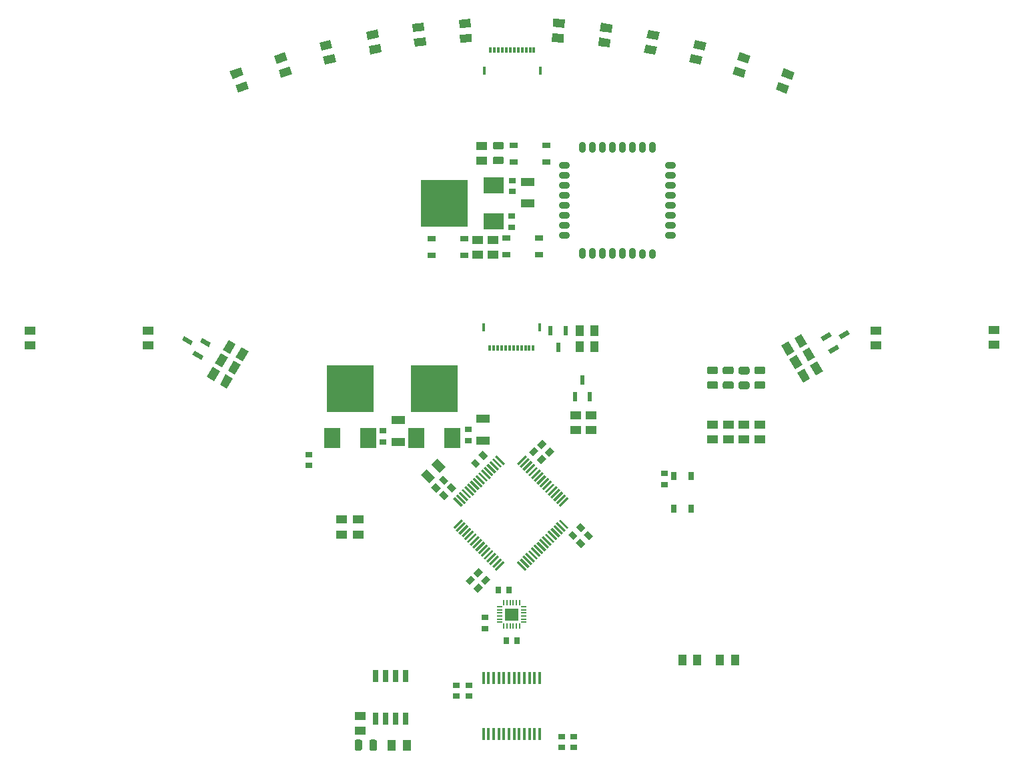
<source format=gtp>
%TF.GenerationSoftware,KiCad,Pcbnew,(5.1.8)-1*%
%TF.CreationDate,2023-07-29T11:14:22+09:00*%
%TF.ProjectId,Tracer,54726163-6572-42e6-9b69-6361645f7063,rev?*%
%TF.SameCoordinates,Original*%
%TF.FileFunction,Paste,Top*%
%TF.FilePolarity,Positive*%
%FSLAX46Y46*%
G04 Gerber Fmt 4.6, Leading zero omitted, Abs format (unit mm)*
G04 Created by KiCad (PCBNEW (5.1.8)-1) date 2023-07-29 11:14:22*
%MOMM*%
%LPD*%
G01*
G04 APERTURE LIST*
%ADD10R,1.470000X1.040000*%
%ADD11R,0.300000X1.000000*%
%ADD12R,0.300000X0.700000*%
%ADD13C,0.100000*%
%ADD14R,1.050000X0.650000*%
%ADD15R,6.000000X6.000000*%
%ADD16R,2.500000X2.000000*%
%ADD17R,1.820000X1.070000*%
%ADD18R,0.940000X0.750000*%
%ADD19O,0.900000X1.200000*%
%ADD20O,0.900000X1.400000*%
%ADD21O,1.400000X0.900000*%
%ADD22R,1.040000X1.470000*%
%ADD23R,1.750000X1.590000*%
%ADD24R,0.750000X0.200000*%
%ADD25R,0.200000X0.750000*%
%ADD26R,0.650000X1.050000*%
%ADD27R,2.000000X2.500000*%
%ADD28R,0.450000X1.525000*%
%ADD29R,0.750000X0.940000*%
%ADD30R,0.700000X1.525000*%
%ADD31R,0.600000X1.300000*%
G04 APERTURE END LIST*
D10*
%TO.C,R45*%
X111600000Y-58720000D03*
X111600000Y-60600000D03*
%TD*%
%TO.C,R44*%
X113500000Y-58720000D03*
X113500000Y-60600000D03*
%TD*%
D11*
%TO.C,J5*%
X119530000Y-37270000D03*
X112450000Y-37270000D03*
D12*
X118740000Y-34620000D03*
X118240000Y-34620000D03*
X117740000Y-34620000D03*
X117240000Y-34620000D03*
X116740000Y-34620000D03*
X116240000Y-34620000D03*
X115740000Y-34620000D03*
X115240000Y-34620000D03*
X114740000Y-34620000D03*
X114240000Y-34620000D03*
X113740000Y-34620000D03*
X113240000Y-34620000D03*
%TD*%
%TO.C,D6*%
G36*
G01*
X114656250Y-47250000D02*
X113743750Y-47250000D01*
G75*
G02*
X113500000Y-47006250I0J243750D01*
G01*
X113500000Y-46518750D01*
G75*
G02*
X113743750Y-46275000I243750J0D01*
G01*
X114656250Y-46275000D01*
G75*
G02*
X114900000Y-46518750I0J-243750D01*
G01*
X114900000Y-47006250D01*
G75*
G02*
X114656250Y-47250000I-243750J0D01*
G01*
G37*
G36*
G01*
X114656250Y-49125000D02*
X113743750Y-49125000D01*
G75*
G02*
X113500000Y-48881250I0J243750D01*
G01*
X113500000Y-48393750D01*
G75*
G02*
X113743750Y-48150000I243750J0D01*
G01*
X114656250Y-48150000D01*
G75*
G02*
X114900000Y-48393750I0J-243750D01*
G01*
X114900000Y-48881250D01*
G75*
G02*
X114656250Y-49125000I-243750J0D01*
G01*
G37*
%TD*%
D13*
%TO.C,R26*%
G36*
X104851267Y-32179582D02*
G01*
X103392539Y-32361276D01*
X103263993Y-31329250D01*
X104722721Y-31147556D01*
X104851267Y-32179582D01*
G37*
G36*
X105083637Y-34045166D02*
G01*
X103624909Y-34226860D01*
X103496363Y-33194834D01*
X104955091Y-33013140D01*
X105083637Y-34045166D01*
G37*
%TD*%
%TO.C,R27*%
G36*
X99059713Y-33047182D02*
G01*
X97615272Y-33320112D01*
X97422179Y-32298194D01*
X98866620Y-32025264D01*
X99059713Y-33047182D01*
G37*
G36*
X99408767Y-34894494D02*
G01*
X97964326Y-35167424D01*
X97771233Y-34145506D01*
X99215674Y-33872576D01*
X99408767Y-34894494D01*
G37*
%TD*%
%TO.C,R29*%
G36*
X87471417Y-35899924D02*
G01*
X86072574Y-36351738D01*
X85752923Y-35362080D01*
X87151766Y-34910266D01*
X87471417Y-35899924D01*
G37*
G36*
X88049247Y-37688922D02*
G01*
X86650404Y-38140736D01*
X86330753Y-37151078D01*
X87729596Y-36699264D01*
X88049247Y-37688922D01*
G37*
%TD*%
%TO.C,R28*%
G36*
X93166308Y-34320594D02*
G01*
X91741855Y-34683682D01*
X91484976Y-33675906D01*
X92909429Y-33312818D01*
X93166308Y-34320594D01*
G37*
G36*
X93630666Y-36142344D02*
G01*
X92206213Y-36505432D01*
X91949334Y-35497656D01*
X93373787Y-35134568D01*
X93630666Y-36142344D01*
G37*
%TD*%
%TO.C,R19*%
G36*
X140338145Y-34683682D02*
G01*
X138913692Y-34320594D01*
X139170571Y-33312818D01*
X140595024Y-33675906D01*
X140338145Y-34683682D01*
G37*
G36*
X139873787Y-36505432D02*
G01*
X138449334Y-36142344D01*
X138706213Y-35134568D01*
X140130666Y-35497656D01*
X139873787Y-36505432D01*
G37*
%TD*%
%TO.C,R17*%
G36*
X128571276Y-32394068D02*
G01*
X127112548Y-32212374D01*
X127241094Y-31180348D01*
X128699822Y-31362042D01*
X128571276Y-32394068D01*
G37*
G36*
X128338906Y-34259652D02*
G01*
X126880178Y-34077958D01*
X127008724Y-33045932D01*
X128467452Y-33227626D01*
X128338906Y-34259652D01*
G37*
%TD*%
%TO.C,R20*%
G36*
X145918511Y-36346237D02*
G01*
X144519668Y-35894423D01*
X144839319Y-34904765D01*
X146238162Y-35356579D01*
X145918511Y-36346237D01*
G37*
G36*
X145340681Y-38135235D02*
G01*
X143941838Y-37683421D01*
X144261489Y-36693763D01*
X145660332Y-37145577D01*
X145340681Y-38135235D01*
G37*
%TD*%
%TO.C,R18*%
G36*
X134490201Y-33343768D02*
G01*
X133045760Y-33070838D01*
X133238853Y-32048920D01*
X134683294Y-32321850D01*
X134490201Y-33343768D01*
G37*
G36*
X134141147Y-35191080D02*
G01*
X132696706Y-34918150D01*
X132889799Y-33896232D01*
X134334240Y-34169162D01*
X134141147Y-35191080D01*
G37*
%TD*%
%TO.C,R30*%
G36*
X81878094Y-37785581D02*
G01*
X80509442Y-38321949D01*
X80129970Y-37353651D01*
X81498622Y-36817283D01*
X81878094Y-37785581D01*
G37*
G36*
X82564062Y-39535965D02*
G01*
X81195410Y-40072333D01*
X80815938Y-39104035D01*
X82184590Y-38567667D01*
X82564062Y-39535965D01*
G37*
%TD*%
%TO.C,R21*%
G36*
X151470558Y-38421949D02*
G01*
X150101906Y-37885581D01*
X150481378Y-36917283D01*
X151850030Y-37453651D01*
X151470558Y-38421949D01*
G37*
G36*
X150784590Y-40172333D02*
G01*
X149415938Y-39635965D01*
X149795410Y-38667667D01*
X151164062Y-39204035D01*
X150784590Y-40172333D01*
G37*
%TD*%
%TO.C,R25*%
G36*
X110738155Y-31716533D02*
G01*
X109271055Y-31808835D01*
X109205753Y-30770887D01*
X110672853Y-30678585D01*
X110738155Y-31716533D01*
G37*
G36*
X110856201Y-33592823D02*
G01*
X109389101Y-33685125D01*
X109323799Y-32647177D01*
X110790899Y-32554875D01*
X110856201Y-33592823D01*
G37*
%TD*%
%TO.C,R16*%
G36*
X122590899Y-31785125D02*
G01*
X121123799Y-31692823D01*
X121189101Y-30654875D01*
X122656201Y-30747177D01*
X122590899Y-31785125D01*
G37*
G36*
X122472853Y-33661415D02*
G01*
X121005753Y-33569113D01*
X121071055Y-32531165D01*
X122538155Y-32623467D01*
X122472853Y-33661415D01*
G37*
%TD*%
D10*
%TO.C,R46*%
X112100000Y-46800000D03*
X112100000Y-48680000D03*
%TD*%
D14*
%TO.C,S2*%
X109900000Y-60700000D03*
X105750000Y-60700000D03*
X109900000Y-58550000D03*
X105750000Y-58550000D03*
%TD*%
%TO.C,S4*%
X120275000Y-48875000D03*
X116125000Y-48875000D03*
X120275000Y-46725000D03*
X116125000Y-46725000D03*
%TD*%
D15*
%TO.C,IC23*%
X107400000Y-54100000D03*
D16*
X113650000Y-51800000D03*
X113650000Y-56400000D03*
%TD*%
D17*
%TO.C,C24*%
X117900000Y-54100000D03*
X117900000Y-51340000D03*
%TD*%
D14*
%TO.C,S3*%
X119400000Y-60650000D03*
X115250000Y-60650000D03*
X119400000Y-58500000D03*
X115250000Y-58500000D03*
%TD*%
D18*
%TO.C,C22*%
X115900000Y-57100000D03*
X115900000Y-55700000D03*
%TD*%
D19*
%TO.C,U1*%
X133745000Y-60535000D03*
X132475000Y-60535000D03*
D20*
X131205000Y-60435000D03*
X129935000Y-60435000D03*
X128665000Y-60435000D03*
X127395000Y-60435000D03*
X126125000Y-60435000D03*
X124855000Y-60435000D03*
D21*
X122565000Y-58145000D03*
X122565000Y-56875000D03*
X122565000Y-55605000D03*
X122565000Y-54335000D03*
X122565000Y-53065000D03*
X122565000Y-51795000D03*
X122565000Y-50525000D03*
X122565000Y-49255000D03*
D20*
X124855000Y-46965000D03*
X126125000Y-46965000D03*
X127395000Y-46965000D03*
X128665000Y-46965000D03*
X129935000Y-46965000D03*
X131205000Y-46965000D03*
X132475000Y-46965000D03*
X133745000Y-46965000D03*
D21*
X136035000Y-49255000D03*
X136035000Y-50525000D03*
X136035000Y-51795000D03*
X136035000Y-53065000D03*
X136035000Y-54335000D03*
X136035000Y-55605000D03*
X136035000Y-56875000D03*
X136035000Y-58145000D03*
%TD*%
D18*
%TO.C,C23*%
X116000000Y-52600000D03*
X116000000Y-51200000D03*
%TD*%
%TO.C,D1*%
G36*
G01*
X97850000Y-123356250D02*
X97850000Y-122443750D01*
G75*
G02*
X98093750Y-122200000I243750J0D01*
G01*
X98581250Y-122200000D01*
G75*
G02*
X98825000Y-122443750I0J-243750D01*
G01*
X98825000Y-123356250D01*
G75*
G02*
X98581250Y-123600000I-243750J0D01*
G01*
X98093750Y-123600000D01*
G75*
G02*
X97850000Y-123356250I0J243750D01*
G01*
G37*
G36*
G01*
X95975000Y-123356250D02*
X95975000Y-122443750D01*
G75*
G02*
X96218750Y-122200000I243750J0D01*
G01*
X96706250Y-122200000D01*
G75*
G02*
X96950000Y-122443750I0J-243750D01*
G01*
X96950000Y-123356250D01*
G75*
G02*
X96706250Y-123600000I-243750J0D01*
G01*
X96218750Y-123600000D01*
G75*
G02*
X95975000Y-123356250I0J243750D01*
G01*
G37*
%TD*%
D22*
%TO.C,R6*%
X137560000Y-112100000D03*
X139440000Y-112100000D03*
%TD*%
D10*
%TO.C,R8*%
X69800000Y-70260000D03*
X69800000Y-72140000D03*
%TD*%
D22*
%TO.C,R42*%
X124520000Y-70300000D03*
X126400000Y-70300000D03*
%TD*%
D10*
%TO.C,R14*%
X162100000Y-70260000D03*
X162100000Y-72140000D03*
%TD*%
D13*
%TO.C,R38*%
G36*
X152517167Y-72496529D02*
G01*
X151782167Y-71223471D01*
X152682833Y-70703471D01*
X153417833Y-71976529D01*
X152517167Y-72496529D01*
G37*
G36*
X150889039Y-73436529D02*
G01*
X150154039Y-72163471D01*
X151054705Y-71643471D01*
X151789705Y-72916529D01*
X150889039Y-73436529D01*
G37*
%TD*%
D10*
%TO.C,R13*%
X177100000Y-70160000D03*
X177100000Y-72040000D03*
%TD*%
D22*
%TO.C,R4*%
X102580000Y-122900000D03*
X100700000Y-122900000D03*
%TD*%
D10*
%TO.C,R7*%
X147400000Y-84080000D03*
X147400000Y-82200000D03*
%TD*%
D13*
%TO.C,R15*%
G36*
X80882167Y-73676529D02*
G01*
X81617167Y-72403471D01*
X82517833Y-72923471D01*
X81782833Y-74196529D01*
X80882167Y-73676529D01*
G37*
G36*
X79254039Y-72736529D02*
G01*
X79989039Y-71463471D01*
X80889705Y-71983471D01*
X80154705Y-73256529D01*
X79254039Y-72736529D01*
G37*
%TD*%
D23*
%TO.C,IC5*%
X115900000Y-106300000D03*
D24*
X117400000Y-105300000D03*
X117400000Y-105700000D03*
X117400000Y-106100000D03*
X117400000Y-106500000D03*
X117400000Y-106900000D03*
X117400000Y-107300000D03*
D25*
X116900000Y-107800000D03*
X116500000Y-107800000D03*
X116100000Y-107800000D03*
X115700000Y-107800000D03*
X115300000Y-107800000D03*
X114900000Y-107800000D03*
D24*
X114400000Y-107300000D03*
X114400000Y-106900000D03*
X114400000Y-106500000D03*
X114400000Y-106100000D03*
X114400000Y-105700000D03*
X114400000Y-105300000D03*
D25*
X114900000Y-104800000D03*
X115300000Y-104800000D03*
X115700000Y-104800000D03*
X116100000Y-104800000D03*
X116500000Y-104800000D03*
X116900000Y-104800000D03*
%TD*%
D13*
%TO.C,IC6*%
G36*
X122093604Y-94191006D02*
G01*
X123136586Y-95233988D01*
X122924454Y-95446120D01*
X121881472Y-94403138D01*
X122093604Y-94191006D01*
G37*
G36*
X121740051Y-94544560D02*
G01*
X122783033Y-95587542D01*
X122570901Y-95799674D01*
X121527919Y-94756692D01*
X121740051Y-94544560D01*
G37*
G36*
X121386497Y-94898113D02*
G01*
X122429479Y-95941095D01*
X122217347Y-96153227D01*
X121174365Y-95110245D01*
X121386497Y-94898113D01*
G37*
G36*
X121032944Y-95251666D02*
G01*
X122075926Y-96294648D01*
X121863794Y-96506780D01*
X120820812Y-95463798D01*
X121032944Y-95251666D01*
G37*
G36*
X120679391Y-95605220D02*
G01*
X121722373Y-96648202D01*
X121510241Y-96860334D01*
X120467259Y-95817352D01*
X120679391Y-95605220D01*
G37*
G36*
X120325837Y-95958773D02*
G01*
X121368819Y-97001755D01*
X121156687Y-97213887D01*
X120113705Y-96170905D01*
X120325837Y-95958773D01*
G37*
G36*
X119972284Y-96312327D02*
G01*
X121015266Y-97355309D01*
X120803134Y-97567441D01*
X119760152Y-96524459D01*
X119972284Y-96312327D01*
G37*
G36*
X119618730Y-96665880D02*
G01*
X120661712Y-97708862D01*
X120449580Y-97920994D01*
X119406598Y-96878012D01*
X119618730Y-96665880D01*
G37*
G36*
X119265177Y-97019433D02*
G01*
X120308159Y-98062415D01*
X120096027Y-98274547D01*
X119053045Y-97231565D01*
X119265177Y-97019433D01*
G37*
G36*
X118911624Y-97372987D02*
G01*
X119954606Y-98415969D01*
X119742474Y-98628101D01*
X118699492Y-97585119D01*
X118911624Y-97372987D01*
G37*
G36*
X118558070Y-97726540D02*
G01*
X119601052Y-98769522D01*
X119388920Y-98981654D01*
X118345938Y-97938672D01*
X118558070Y-97726540D01*
G37*
G36*
X118204517Y-98080094D02*
G01*
X119247499Y-99123076D01*
X119035367Y-99335208D01*
X117992385Y-98292226D01*
X118204517Y-98080094D01*
G37*
G36*
X117850963Y-98433647D02*
G01*
X118893945Y-99476629D01*
X118681813Y-99688761D01*
X117638831Y-98645779D01*
X117850963Y-98433647D01*
G37*
G36*
X117497410Y-98787200D02*
G01*
X118540392Y-99830182D01*
X118328260Y-100042314D01*
X117285278Y-98999332D01*
X117497410Y-98787200D01*
G37*
G36*
X117143857Y-99140754D02*
G01*
X118186839Y-100183736D01*
X117974707Y-100395868D01*
X116931725Y-99352886D01*
X117143857Y-99140754D01*
G37*
G36*
X116790303Y-99494307D02*
G01*
X117833285Y-100537289D01*
X117621153Y-100749421D01*
X116578171Y-99706439D01*
X116790303Y-99494307D01*
G37*
G36*
X113766715Y-100537289D02*
G01*
X114809697Y-99494307D01*
X115021829Y-99706439D01*
X113978847Y-100749421D01*
X113766715Y-100537289D01*
G37*
G36*
X113413161Y-100183736D02*
G01*
X114456143Y-99140754D01*
X114668275Y-99352886D01*
X113625293Y-100395868D01*
X113413161Y-100183736D01*
G37*
G36*
X113059608Y-99830182D02*
G01*
X114102590Y-98787200D01*
X114314722Y-98999332D01*
X113271740Y-100042314D01*
X113059608Y-99830182D01*
G37*
G36*
X112706055Y-99476629D02*
G01*
X113749037Y-98433647D01*
X113961169Y-98645779D01*
X112918187Y-99688761D01*
X112706055Y-99476629D01*
G37*
G36*
X112352501Y-99123076D02*
G01*
X113395483Y-98080094D01*
X113607615Y-98292226D01*
X112564633Y-99335208D01*
X112352501Y-99123076D01*
G37*
G36*
X111998948Y-98769522D02*
G01*
X113041930Y-97726540D01*
X113254062Y-97938672D01*
X112211080Y-98981654D01*
X111998948Y-98769522D01*
G37*
G36*
X111645394Y-98415969D02*
G01*
X112688376Y-97372987D01*
X112900508Y-97585119D01*
X111857526Y-98628101D01*
X111645394Y-98415969D01*
G37*
G36*
X111291841Y-98062415D02*
G01*
X112334823Y-97019433D01*
X112546955Y-97231565D01*
X111503973Y-98274547D01*
X111291841Y-98062415D01*
G37*
G36*
X110938288Y-97708862D02*
G01*
X111981270Y-96665880D01*
X112193402Y-96878012D01*
X111150420Y-97920994D01*
X110938288Y-97708862D01*
G37*
G36*
X110584734Y-97355309D02*
G01*
X111627716Y-96312327D01*
X111839848Y-96524459D01*
X110796866Y-97567441D01*
X110584734Y-97355309D01*
G37*
G36*
X110231181Y-97001755D02*
G01*
X111274163Y-95958773D01*
X111486295Y-96170905D01*
X110443313Y-97213887D01*
X110231181Y-97001755D01*
G37*
G36*
X109877627Y-96648202D02*
G01*
X110920609Y-95605220D01*
X111132741Y-95817352D01*
X110089759Y-96860334D01*
X109877627Y-96648202D01*
G37*
G36*
X109524074Y-96294648D02*
G01*
X110567056Y-95251666D01*
X110779188Y-95463798D01*
X109736206Y-96506780D01*
X109524074Y-96294648D01*
G37*
G36*
X109170521Y-95941095D02*
G01*
X110213503Y-94898113D01*
X110425635Y-95110245D01*
X109382653Y-96153227D01*
X109170521Y-95941095D01*
G37*
G36*
X108816967Y-95587542D02*
G01*
X109859949Y-94544560D01*
X110072081Y-94756692D01*
X109029099Y-95799674D01*
X108816967Y-95587542D01*
G37*
G36*
X108463414Y-95233988D02*
G01*
X109506396Y-94191006D01*
X109718528Y-94403138D01*
X108675546Y-95446120D01*
X108463414Y-95233988D01*
G37*
G36*
X108675546Y-91379550D02*
G01*
X109718528Y-92422532D01*
X109506396Y-92634664D01*
X108463414Y-91591682D01*
X108675546Y-91379550D01*
G37*
G36*
X109029099Y-91025996D02*
G01*
X110072081Y-92068978D01*
X109859949Y-92281110D01*
X108816967Y-91238128D01*
X109029099Y-91025996D01*
G37*
G36*
X109382653Y-90672443D02*
G01*
X110425635Y-91715425D01*
X110213503Y-91927557D01*
X109170521Y-90884575D01*
X109382653Y-90672443D01*
G37*
G36*
X109736206Y-90318890D02*
G01*
X110779188Y-91361872D01*
X110567056Y-91574004D01*
X109524074Y-90531022D01*
X109736206Y-90318890D01*
G37*
G36*
X110089759Y-89965336D02*
G01*
X111132741Y-91008318D01*
X110920609Y-91220450D01*
X109877627Y-90177468D01*
X110089759Y-89965336D01*
G37*
G36*
X110443313Y-89611783D02*
G01*
X111486295Y-90654765D01*
X111274163Y-90866897D01*
X110231181Y-89823915D01*
X110443313Y-89611783D01*
G37*
G36*
X110796866Y-89258229D02*
G01*
X111839848Y-90301211D01*
X111627716Y-90513343D01*
X110584734Y-89470361D01*
X110796866Y-89258229D01*
G37*
G36*
X111150420Y-88904676D02*
G01*
X112193402Y-89947658D01*
X111981270Y-90159790D01*
X110938288Y-89116808D01*
X111150420Y-88904676D01*
G37*
G36*
X111503973Y-88551123D02*
G01*
X112546955Y-89594105D01*
X112334823Y-89806237D01*
X111291841Y-88763255D01*
X111503973Y-88551123D01*
G37*
G36*
X111857526Y-88197569D02*
G01*
X112900508Y-89240551D01*
X112688376Y-89452683D01*
X111645394Y-88409701D01*
X111857526Y-88197569D01*
G37*
G36*
X112211080Y-87844016D02*
G01*
X113254062Y-88886998D01*
X113041930Y-89099130D01*
X111998948Y-88056148D01*
X112211080Y-87844016D01*
G37*
G36*
X112564633Y-87490462D02*
G01*
X113607615Y-88533444D01*
X113395483Y-88745576D01*
X112352501Y-87702594D01*
X112564633Y-87490462D01*
G37*
G36*
X112918187Y-87136909D02*
G01*
X113961169Y-88179891D01*
X113749037Y-88392023D01*
X112706055Y-87349041D01*
X112918187Y-87136909D01*
G37*
G36*
X113271740Y-86783356D02*
G01*
X114314722Y-87826338D01*
X114102590Y-88038470D01*
X113059608Y-86995488D01*
X113271740Y-86783356D01*
G37*
G36*
X113625293Y-86429802D02*
G01*
X114668275Y-87472784D01*
X114456143Y-87684916D01*
X113413161Y-86641934D01*
X113625293Y-86429802D01*
G37*
G36*
X113978847Y-86076249D02*
G01*
X115021829Y-87119231D01*
X114809697Y-87331363D01*
X113766715Y-86288381D01*
X113978847Y-86076249D01*
G37*
G36*
X116578171Y-87119231D02*
G01*
X117621153Y-86076249D01*
X117833285Y-86288381D01*
X116790303Y-87331363D01*
X116578171Y-87119231D01*
G37*
G36*
X116931725Y-87472784D02*
G01*
X117974707Y-86429802D01*
X118186839Y-86641934D01*
X117143857Y-87684916D01*
X116931725Y-87472784D01*
G37*
G36*
X117285278Y-87826338D02*
G01*
X118328260Y-86783356D01*
X118540392Y-86995488D01*
X117497410Y-88038470D01*
X117285278Y-87826338D01*
G37*
G36*
X117638831Y-88179891D02*
G01*
X118681813Y-87136909D01*
X118893945Y-87349041D01*
X117850963Y-88392023D01*
X117638831Y-88179891D01*
G37*
G36*
X117992385Y-88533444D02*
G01*
X119035367Y-87490462D01*
X119247499Y-87702594D01*
X118204517Y-88745576D01*
X117992385Y-88533444D01*
G37*
G36*
X118345938Y-88886998D02*
G01*
X119388920Y-87844016D01*
X119601052Y-88056148D01*
X118558070Y-89099130D01*
X118345938Y-88886998D01*
G37*
G36*
X118699492Y-89240551D02*
G01*
X119742474Y-88197569D01*
X119954606Y-88409701D01*
X118911624Y-89452683D01*
X118699492Y-89240551D01*
G37*
G36*
X119053045Y-89594105D02*
G01*
X120096027Y-88551123D01*
X120308159Y-88763255D01*
X119265177Y-89806237D01*
X119053045Y-89594105D01*
G37*
G36*
X119406598Y-89947658D02*
G01*
X120449580Y-88904676D01*
X120661712Y-89116808D01*
X119618730Y-90159790D01*
X119406598Y-89947658D01*
G37*
G36*
X119760152Y-90301211D02*
G01*
X120803134Y-89258229D01*
X121015266Y-89470361D01*
X119972284Y-90513343D01*
X119760152Y-90301211D01*
G37*
G36*
X120113705Y-90654765D02*
G01*
X121156687Y-89611783D01*
X121368819Y-89823915D01*
X120325837Y-90866897D01*
X120113705Y-90654765D01*
G37*
G36*
X120467259Y-91008318D02*
G01*
X121510241Y-89965336D01*
X121722373Y-90177468D01*
X120679391Y-91220450D01*
X120467259Y-91008318D01*
G37*
G36*
X120820812Y-91361872D02*
G01*
X121863794Y-90318890D01*
X122075926Y-90531022D01*
X121032944Y-91574004D01*
X120820812Y-91361872D01*
G37*
G36*
X121174365Y-91715425D02*
G01*
X122217347Y-90672443D01*
X122429479Y-90884575D01*
X121386497Y-91927557D01*
X121174365Y-91715425D01*
G37*
G36*
X121527919Y-92068978D02*
G01*
X122570901Y-91025996D01*
X122783033Y-91238128D01*
X121740051Y-92281110D01*
X121527919Y-92068978D01*
G37*
G36*
X121881472Y-92422532D02*
G01*
X122924454Y-91379550D01*
X123136586Y-91591682D01*
X122093604Y-92634664D01*
X121881472Y-92422532D01*
G37*
%TD*%
D26*
%TO.C,S5*%
X136525000Y-92875000D03*
X136525000Y-88725000D03*
X138675000Y-92875000D03*
X138675000Y-88725000D03*
%TD*%
%TO.C,D3*%
G36*
G01*
X145856250Y-75812500D02*
X144943750Y-75812500D01*
G75*
G02*
X144700000Y-75568750I0J243750D01*
G01*
X144700000Y-75081250D01*
G75*
G02*
X144943750Y-74837500I243750J0D01*
G01*
X145856250Y-74837500D01*
G75*
G02*
X146100000Y-75081250I0J-243750D01*
G01*
X146100000Y-75568750D01*
G75*
G02*
X145856250Y-75812500I-243750J0D01*
G01*
G37*
G36*
G01*
X145856250Y-77687500D02*
X144943750Y-77687500D01*
G75*
G02*
X144700000Y-77443750I0J243750D01*
G01*
X144700000Y-76956250D01*
G75*
G02*
X144943750Y-76712500I243750J0D01*
G01*
X145856250Y-76712500D01*
G75*
G02*
X146100000Y-76956250I0J-243750D01*
G01*
X146100000Y-77443750D01*
G75*
G02*
X145856250Y-77687500I-243750J0D01*
G01*
G37*
%TD*%
D17*
%TO.C,C10*%
X112300000Y-81440000D03*
X112300000Y-84200000D03*
%TD*%
D15*
%TO.C,IC3*%
X95400000Y-77600000D03*
D27*
X97700000Y-83850000D03*
X93100000Y-83850000D03*
%TD*%
%TO.C,D2*%
G36*
G01*
X147856250Y-75787500D02*
X146943750Y-75787500D01*
G75*
G02*
X146700000Y-75543750I0J243750D01*
G01*
X146700000Y-75056250D01*
G75*
G02*
X146943750Y-74812500I243750J0D01*
G01*
X147856250Y-74812500D01*
G75*
G02*
X148100000Y-75056250I0J-243750D01*
G01*
X148100000Y-75543750D01*
G75*
G02*
X147856250Y-75787500I-243750J0D01*
G01*
G37*
G36*
G01*
X147856250Y-77662500D02*
X146943750Y-77662500D01*
G75*
G02*
X146700000Y-77418750I0J243750D01*
G01*
X146700000Y-76931250D01*
G75*
G02*
X146943750Y-76687500I243750J0D01*
G01*
X147856250Y-76687500D01*
G75*
G02*
X148100000Y-76931250I0J-243750D01*
G01*
X148100000Y-77418750D01*
G75*
G02*
X147856250Y-77662500I-243750J0D01*
G01*
G37*
%TD*%
%TO.C,D4*%
G36*
G01*
X143856250Y-75787500D02*
X142943750Y-75787500D01*
G75*
G02*
X142700000Y-75543750I0J243750D01*
G01*
X142700000Y-75056250D01*
G75*
G02*
X142943750Y-74812500I243750J0D01*
G01*
X143856250Y-74812500D01*
G75*
G02*
X144100000Y-75056250I0J-243750D01*
G01*
X144100000Y-75543750D01*
G75*
G02*
X143856250Y-75787500I-243750J0D01*
G01*
G37*
G36*
G01*
X143856250Y-77662500D02*
X142943750Y-77662500D01*
G75*
G02*
X142700000Y-77418750I0J243750D01*
G01*
X142700000Y-76931250D01*
G75*
G02*
X142943750Y-76687500I243750J0D01*
G01*
X143856250Y-76687500D01*
G75*
G02*
X144100000Y-76931250I0J-243750D01*
G01*
X144100000Y-77418750D01*
G75*
G02*
X143856250Y-77662500I-243750J0D01*
G01*
G37*
%TD*%
D15*
%TO.C,IC4*%
X106100000Y-77600000D03*
D27*
X108400000Y-83850000D03*
X103800000Y-83850000D03*
%TD*%
%TO.C,D5*%
G36*
G01*
X141856250Y-75787500D02*
X140943750Y-75787500D01*
G75*
G02*
X140700000Y-75543750I0J243750D01*
G01*
X140700000Y-75056250D01*
G75*
G02*
X140943750Y-74812500I243750J0D01*
G01*
X141856250Y-74812500D01*
G75*
G02*
X142100000Y-75056250I0J-243750D01*
G01*
X142100000Y-75543750D01*
G75*
G02*
X141856250Y-75787500I-243750J0D01*
G01*
G37*
G36*
G01*
X141856250Y-77662500D02*
X140943750Y-77662500D01*
G75*
G02*
X140700000Y-77418750I0J243750D01*
G01*
X140700000Y-76931250D01*
G75*
G02*
X140943750Y-76687500I243750J0D01*
G01*
X141856250Y-76687500D01*
G75*
G02*
X142100000Y-76931250I0J-243750D01*
G01*
X142100000Y-77418750D01*
G75*
G02*
X141856250Y-77662500I-243750J0D01*
G01*
G37*
%TD*%
D17*
%TO.C,C8*%
X101500000Y-81640000D03*
X101500000Y-84400000D03*
%TD*%
D10*
%TO.C,R3*%
X96400000Y-94260000D03*
X96400000Y-96140000D03*
%TD*%
D22*
%TO.C,R5*%
X142360000Y-112100000D03*
X144240000Y-112100000D03*
%TD*%
D10*
%TO.C,R1*%
X96700000Y-119200000D03*
X96700000Y-121080000D03*
%TD*%
D13*
%TO.C,R43*%
G36*
X105118612Y-87841941D02*
G01*
X106158059Y-88881388D01*
X105422668Y-89616779D01*
X104383221Y-88577332D01*
X105118612Y-87841941D01*
G37*
G36*
X106447972Y-86512581D02*
G01*
X107487419Y-87552028D01*
X106752028Y-88287419D01*
X105712581Y-87247972D01*
X106447972Y-86512581D01*
G37*
%TD*%
D22*
%TO.C,R40*%
X124520000Y-72300000D03*
X126400000Y-72300000D03*
%TD*%
D10*
%TO.C,R9*%
X124000000Y-81020000D03*
X124000000Y-82900000D03*
%TD*%
D13*
%TO.C,R39*%
G36*
X79907306Y-73665428D02*
G01*
X79172306Y-74938486D01*
X78271640Y-74418486D01*
X79006640Y-73145428D01*
X79907306Y-73665428D01*
G37*
G36*
X81535434Y-74605428D02*
G01*
X80800434Y-75878486D01*
X79899768Y-75358486D01*
X80634768Y-74085428D01*
X81535434Y-74605428D01*
G37*
%TD*%
D10*
%TO.C,R36*%
X141400000Y-84100000D03*
X141400000Y-82220000D03*
%TD*%
%TO.C,R35*%
X143400000Y-84100000D03*
X143400000Y-82220000D03*
%TD*%
%TO.C,R34*%
X145400000Y-84100000D03*
X145400000Y-82220000D03*
%TD*%
D13*
%TO.C,R12*%
G36*
X153054705Y-75103471D02*
G01*
X153789705Y-76376529D01*
X152889039Y-76896529D01*
X152154039Y-75623471D01*
X153054705Y-75103471D01*
G37*
G36*
X154682833Y-74163471D02*
G01*
X155417833Y-75436529D01*
X154517167Y-75956529D01*
X153782167Y-74683471D01*
X154682833Y-74163471D01*
G37*
%TD*%
%TO.C,R37*%
G36*
X153517167Y-74196529D02*
G01*
X152782167Y-72923471D01*
X153682833Y-72403471D01*
X154417833Y-73676529D01*
X153517167Y-74196529D01*
G37*
G36*
X151889039Y-75136529D02*
G01*
X151154039Y-73863471D01*
X152054705Y-73343471D01*
X152789705Y-74616529D01*
X151889039Y-75136529D01*
G37*
%TD*%
D10*
%TO.C,R11*%
X54800000Y-70220000D03*
X54800000Y-72100000D03*
%TD*%
%TO.C,R2*%
X94300000Y-94260000D03*
X94300000Y-96140000D03*
%TD*%
D13*
%TO.C,R41*%
G36*
X78889705Y-75383471D02*
G01*
X78154705Y-76656529D01*
X77254039Y-76136529D01*
X77989039Y-74863471D01*
X78889705Y-75383471D01*
G37*
G36*
X80517833Y-76323471D02*
G01*
X79782833Y-77596529D01*
X78882167Y-77076529D01*
X79617167Y-75803471D01*
X80517833Y-76323471D01*
G37*
%TD*%
D10*
%TO.C,R10*%
X126000000Y-81000000D03*
X126000000Y-82880000D03*
%TD*%
D13*
%TO.C,C21*%
G36*
X106232825Y-89602495D02*
G01*
X106897505Y-90267175D01*
X106367175Y-90797505D01*
X105702495Y-90132825D01*
X106232825Y-89602495D01*
G37*
G36*
X107222775Y-88612545D02*
G01*
X107887455Y-89277225D01*
X107357125Y-89807555D01*
X106692445Y-89142875D01*
X107222775Y-88612545D01*
G37*
%TD*%
%TO.C,C20*%
G36*
X107242875Y-90592445D02*
G01*
X107907555Y-91257125D01*
X107377225Y-91787455D01*
X106712545Y-91122775D01*
X107242875Y-90592445D01*
G37*
G36*
X108232825Y-89602495D02*
G01*
X108897505Y-90267175D01*
X108367175Y-90797505D01*
X107702495Y-90132825D01*
X108232825Y-89602495D01*
G37*
%TD*%
%TO.C,C19*%
G36*
X111237850Y-86497470D02*
G01*
X111902530Y-87162150D01*
X111372200Y-87692480D01*
X110707520Y-87027800D01*
X111237850Y-86497470D01*
G37*
G36*
X112227800Y-85507520D02*
G01*
X112892480Y-86172200D01*
X112362150Y-86702530D01*
X111697470Y-86037850D01*
X112227800Y-85507520D01*
G37*
%TD*%
%TO.C,C18*%
G36*
X119092445Y-86657125D02*
G01*
X119757125Y-85992445D01*
X120287455Y-86522775D01*
X119622775Y-87187455D01*
X119092445Y-86657125D01*
G37*
G36*
X118102495Y-85667175D02*
G01*
X118767175Y-85002495D01*
X119297505Y-85532825D01*
X118632825Y-86197505D01*
X118102495Y-85667175D01*
G37*
%TD*%
%TO.C,C17*%
G36*
X120092445Y-85757125D02*
G01*
X120757125Y-85092445D01*
X121287455Y-85622775D01*
X120622775Y-86287455D01*
X120092445Y-85757125D01*
G37*
G36*
X119102495Y-84767175D02*
G01*
X119767175Y-84102495D01*
X120297505Y-84632825D01*
X119632825Y-85297505D01*
X119102495Y-84767175D01*
G37*
%TD*%
D28*
%TO.C,IC1*%
X119475000Y-121462000D03*
X118825000Y-121462000D03*
X118175000Y-121462000D03*
X117525000Y-121462000D03*
X116875000Y-121462000D03*
X116225000Y-121462000D03*
X115575000Y-121462000D03*
X114925000Y-121462000D03*
X114275000Y-121462000D03*
X113625000Y-121462000D03*
X112975000Y-121462000D03*
X112325000Y-121462000D03*
X112325000Y-114338000D03*
X112975000Y-114338000D03*
X113625000Y-114338000D03*
X114275000Y-114338000D03*
X114925000Y-114338000D03*
X115575000Y-114338000D03*
X116225000Y-114338000D03*
X116875000Y-114338000D03*
X117525000Y-114338000D03*
X118175000Y-114338000D03*
X118825000Y-114338000D03*
X119475000Y-114338000D03*
%TD*%
D29*
%TO.C,C26*%
X116600000Y-109600000D03*
X115200000Y-109600000D03*
%TD*%
%TO.C,C25*%
X115600000Y-103200000D03*
X114200000Y-103200000D03*
%TD*%
D18*
%TO.C,C3*%
X122300000Y-121800000D03*
X122300000Y-123200000D03*
%TD*%
%TO.C,C15*%
X108900000Y-115300000D03*
X108900000Y-116700000D03*
%TD*%
%TO.C,C6*%
X110500000Y-115300000D03*
X110500000Y-116700000D03*
%TD*%
D13*
%TO.C,C12*%
G36*
X123605139Y-95661814D02*
G01*
X124269819Y-96326494D01*
X123739489Y-96856824D01*
X123074809Y-96192144D01*
X123605139Y-95661814D01*
G37*
G36*
X124595089Y-94671864D02*
G01*
X125259769Y-95336544D01*
X124729439Y-95866874D01*
X124064759Y-95202194D01*
X124595089Y-94671864D01*
G37*
%TD*%
%TO.C,C11*%
G36*
X124595088Y-96651764D02*
G01*
X125259768Y-97316444D01*
X124729438Y-97846774D01*
X124064758Y-97182094D01*
X124595088Y-96651764D01*
G37*
G36*
X125585038Y-95661814D02*
G01*
X126249718Y-96326494D01*
X125719388Y-96856824D01*
X125054708Y-96192144D01*
X125585038Y-95661814D01*
G37*
%TD*%
D18*
%TO.C,C4*%
X123800000Y-121800000D03*
X123800000Y-123200000D03*
%TD*%
%TO.C,C5*%
X112500000Y-108100000D03*
X112500000Y-106700000D03*
%TD*%
D13*
%TO.C,C14*%
G36*
X112238186Y-102885038D02*
G01*
X111573506Y-103549718D01*
X111043176Y-103019388D01*
X111707856Y-102354708D01*
X112238186Y-102885038D01*
G37*
G36*
X111248236Y-101895088D02*
G01*
X110583556Y-102559768D01*
X110053226Y-102029438D01*
X110717906Y-101364758D01*
X111248236Y-101895088D01*
G37*
%TD*%
D18*
%TO.C,C7*%
X99600000Y-83000000D03*
X99600000Y-84400000D03*
%TD*%
%TO.C,C16*%
X135300000Y-89800000D03*
X135300000Y-88400000D03*
%TD*%
%TO.C,C2*%
X90200000Y-87400000D03*
X90200000Y-86000000D03*
%TD*%
%TO.C,C9*%
X110400000Y-82800000D03*
X110400000Y-84200000D03*
%TD*%
D30*
%TO.C,IC2*%
X98660000Y-119500000D03*
X99930000Y-119500000D03*
X101200000Y-119500000D03*
X102470000Y-119500000D03*
X102470000Y-114076000D03*
X101200000Y-114076000D03*
X99930000Y-114076000D03*
X98660000Y-114076000D03*
%TD*%
D13*
%TO.C,C13*%
G36*
X113228136Y-101895089D02*
G01*
X112563456Y-102559769D01*
X112033126Y-102029439D01*
X112697806Y-101364759D01*
X113228136Y-101895089D01*
G37*
G36*
X112238186Y-100905139D02*
G01*
X111573506Y-101569819D01*
X111043176Y-101039489D01*
X111707856Y-100374809D01*
X112238186Y-100905139D01*
G37*
%TD*%
D11*
%TO.C,J4*%
X112360000Y-69800000D03*
X119440000Y-69800000D03*
D12*
X113150000Y-72450000D03*
X113650000Y-72450000D03*
X114150000Y-72450000D03*
X114650000Y-72450000D03*
X115150000Y-72450000D03*
X115650000Y-72450000D03*
X116150000Y-72450000D03*
X116650000Y-72450000D03*
X117150000Y-72450000D03*
X117650000Y-72450000D03*
X118150000Y-72450000D03*
X118650000Y-72450000D03*
%TD*%
D13*
%TO.C,Q3*%
G36*
X76812917Y-73465192D02*
G01*
X76512917Y-73984808D01*
X75387083Y-73334808D01*
X75687083Y-72815192D01*
X76812917Y-73465192D01*
G37*
G36*
X77762917Y-71819744D02*
G01*
X77462917Y-72339360D01*
X76337083Y-71689360D01*
X76637083Y-71169744D01*
X77762917Y-71819744D01*
G37*
G36*
X75469263Y-71592468D02*
G01*
X75169263Y-72112084D01*
X74043429Y-71462084D01*
X74343429Y-70942468D01*
X75469263Y-71592468D01*
G37*
%TD*%
D31*
%TO.C,Q1*%
X123950000Y-78650000D03*
X125850000Y-78650000D03*
X124900000Y-76550000D03*
%TD*%
D13*
%TO.C,Q2*%
G36*
X155418429Y-71587084D02*
G01*
X155118429Y-71067468D01*
X156244263Y-70417468D01*
X156544263Y-70937084D01*
X155418429Y-71587084D01*
G37*
G36*
X156368429Y-73232532D02*
G01*
X156068429Y-72712916D01*
X157194263Y-72062916D01*
X157494263Y-72582532D01*
X156368429Y-73232532D01*
G37*
G36*
X157712083Y-71359808D02*
G01*
X157412083Y-70840192D01*
X158537917Y-70190192D01*
X158837917Y-70709808D01*
X157712083Y-71359808D01*
G37*
%TD*%
D31*
%TO.C,Q4*%
X122750000Y-70250000D03*
X120850000Y-70250000D03*
X121800000Y-72350000D03*
%TD*%
M02*

</source>
